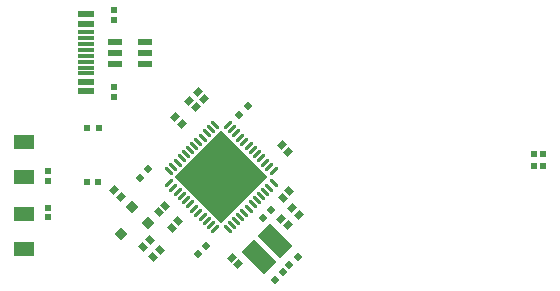
<source format=gtp>
G04*
G04 #@! TF.GenerationSoftware,Altium Limited,Altium Designer,23.1.1 (15)*
G04*
G04 Layer_Color=8421504*
%FSLAX25Y25*%
%MOIN*%
G70*
G04*
G04 #@! TF.SameCoordinates,C0A30D0B-07C8-471D-B3AC-2C571FC99935*
G04*
G04*
G04 #@! TF.FilePolarity,Positive*
G04*
G01*
G75*
%ADD16R,0.02165X0.02362*%
%ADD17R,0.02165X0.02362*%
%ADD18R,0.01968X0.01968*%
%ADD19R,0.05709X0.02362*%
%ADD20R,0.05709X0.01181*%
%ADD21R,0.02362X0.02165*%
%ADD22R,0.02362X0.02165*%
G04:AMPARAMS|DCode=23|XSize=23.62mil|YSize=21.65mil|CornerRadius=0mil|HoleSize=0mil|Usage=FLASHONLY|Rotation=45.000|XOffset=0mil|YOffset=0mil|HoleType=Round|Shape=Rectangle|*
%AMROTATEDRECTD23*
4,1,4,-0.00070,-0.01601,-0.01601,-0.00070,0.00070,0.01601,0.01601,0.00070,-0.00070,-0.01601,0.0*
%
%ADD23ROTATEDRECTD23*%

G04:AMPARAMS|DCode=24|XSize=21.65mil|YSize=23.62mil|CornerRadius=0mil|HoleSize=0mil|Usage=FLASHONLY|Rotation=315.000|XOffset=0mil|YOffset=0mil|HoleType=Round|Shape=Rectangle|*
%AMROTATEDRECTD24*
4,1,4,-0.01601,-0.00070,0.00070,0.01601,0.01601,0.00070,-0.00070,-0.01601,-0.01601,-0.00070,0.0*
%
%ADD24ROTATEDRECTD24*%

G04:AMPARAMS|DCode=25|XSize=9.84mil|YSize=39.37mil|CornerRadius=0mil|HoleSize=0mil|Usage=FLASHONLY|Rotation=225.000|XOffset=0mil|YOffset=0mil|HoleType=Round|Shape=Round|*
%AMOVALD25*
21,1,0.02953,0.00984,0.00000,0.00000,315.0*
1,1,0.00984,-0.01044,0.01044*
1,1,0.00984,0.01044,-0.01044*
%
%ADD25OVALD25*%

G04:AMPARAMS|DCode=26|XSize=9.84mil|YSize=39.37mil|CornerRadius=0mil|HoleSize=0mil|Usage=FLASHONLY|Rotation=135.000|XOffset=0mil|YOffset=0mil|HoleType=Round|Shape=Round|*
%AMOVALD26*
21,1,0.02953,0.00984,0.00000,0.00000,225.0*
1,1,0.00984,0.01044,0.01044*
1,1,0.00984,-0.01044,-0.01044*
%
%ADD26OVALD26*%

%ADD27P,0.31180X4X180.0*%
G04:AMPARAMS|DCode=28|XSize=47.64mil|YSize=23.23mil|CornerRadius=2.9mil|HoleSize=0mil|Usage=FLASHONLY|Rotation=180.000|XOffset=0mil|YOffset=0mil|HoleType=Round|Shape=RoundedRectangle|*
%AMROUNDEDRECTD28*
21,1,0.04764,0.01742,0,0,180.0*
21,1,0.04183,0.02323,0,0,180.0*
1,1,0.00581,-0.02092,0.00871*
1,1,0.00581,0.02092,0.00871*
1,1,0.00581,0.02092,-0.00871*
1,1,0.00581,-0.02092,-0.00871*
%
%ADD28ROUNDEDRECTD28*%
G04:AMPARAMS|DCode=29|XSize=21.65mil|YSize=23.62mil|CornerRadius=0mil|HoleSize=0mil|Usage=FLASHONLY|Rotation=225.000|XOffset=0mil|YOffset=0mil|HoleType=Round|Shape=Rectangle|*
%AMROTATEDRECTD29*
4,1,4,-0.00070,0.01601,0.01601,-0.00070,0.00070,-0.01601,-0.01601,0.00070,-0.00070,0.01601,0.0*
%
%ADD29ROTATEDRECTD29*%

G04:AMPARAMS|DCode=30|XSize=23.62mil|YSize=21.65mil|CornerRadius=0mil|HoleSize=0mil|Usage=FLASHONLY|Rotation=315.000|XOffset=0mil|YOffset=0mil|HoleType=Round|Shape=Rectangle|*
%AMROTATEDRECTD30*
4,1,4,-0.01601,0.00070,-0.00070,0.01601,0.01601,-0.00070,0.00070,-0.01601,-0.01601,0.00070,0.0*
%
%ADD30ROTATEDRECTD30*%

%ADD31P,0.02784X4X270.0*%
%ADD32P,0.04243X4X270.0*%
%ADD33R,0.07087X0.04528*%
G04:AMPARAMS|DCode=34|XSize=59.06mil|YSize=106.3mil|CornerRadius=0mil|HoleSize=0mil|Usage=FLASHONLY|Rotation=225.000|XOffset=0mil|YOffset=0mil|HoleType=Round|Shape=Rectangle|*
%AMROTATEDRECTD34*
4,1,4,-0.01670,0.05846,0.05846,-0.01670,0.01670,-0.05846,-0.05846,0.01670,-0.01670,0.05846,0.0*
%
%ADD34ROTATEDRECTD34*%

D16*
X177825Y-60800D02*
D03*
X177850Y-57000D02*
D03*
D17*
X180975Y-60800D02*
D03*
X181000Y-57000D02*
D03*
D18*
X32677Y-66142D02*
D03*
X28740D02*
D03*
X28839Y-48130D02*
D03*
X32776D02*
D03*
D19*
X28508Y-35917D02*
D03*
Y-32768D02*
D03*
Y-13476D02*
D03*
Y-10327D02*
D03*
D20*
Y-30012D02*
D03*
Y-28043D02*
D03*
Y-26075D02*
D03*
Y-24106D02*
D03*
Y-16232D02*
D03*
Y-18201D02*
D03*
Y-20169D02*
D03*
Y-22138D02*
D03*
D21*
X37750Y-34646D02*
D03*
Y-12106D02*
D03*
X15748Y-74803D02*
D03*
Y-62598D02*
D03*
D22*
X37750Y-37795D02*
D03*
Y-8957D02*
D03*
X15748Y-77953D02*
D03*
Y-65748D02*
D03*
D23*
X37863Y-68965D02*
D03*
X77135Y-91406D02*
D03*
X93768Y-54005D02*
D03*
X65785Y-36356D02*
D03*
X97213Y-74871D02*
D03*
X65256Y-41339D02*
D03*
X60464Y-46783D02*
D03*
X93670Y-78414D02*
D03*
D24*
X40090Y-71192D02*
D03*
X79362Y-93633D02*
D03*
X95995Y-56232D02*
D03*
X68012Y-38583D02*
D03*
X99440Y-77098D02*
D03*
X63029Y-39112D02*
D03*
X58237Y-44556D02*
D03*
X95897Y-80641D02*
D03*
D25*
X75774Y-82002D02*
D03*
X77166Y-80610D02*
D03*
X78558Y-79218D02*
D03*
X79950Y-77826D02*
D03*
X81342Y-76434D02*
D03*
X82734Y-75042D02*
D03*
X84126Y-73650D02*
D03*
X85518Y-72258D02*
D03*
X86910Y-70866D02*
D03*
X88301Y-69474D02*
D03*
X89693Y-68082D02*
D03*
X91085Y-66690D02*
D03*
X71598Y-47203D02*
D03*
X70206Y-48595D02*
D03*
X68814Y-49987D02*
D03*
X67422Y-51379D02*
D03*
X66030Y-52771D02*
D03*
X64638Y-54163D02*
D03*
X63246Y-55555D02*
D03*
X61854Y-56947D02*
D03*
X60462Y-58339D02*
D03*
X59071Y-59731D02*
D03*
X57679Y-61123D02*
D03*
X56287Y-62515D02*
D03*
D26*
X91085D02*
D03*
X89693Y-61123D02*
D03*
X88301Y-59731D02*
D03*
X86910Y-58339D02*
D03*
X85518Y-56947D02*
D03*
X84126Y-55555D02*
D03*
X82734Y-54163D02*
D03*
X81342Y-52771D02*
D03*
X79950Y-51379D02*
D03*
X78558Y-49987D02*
D03*
X77166Y-48595D02*
D03*
X75774Y-47203D02*
D03*
X56287Y-66690D02*
D03*
X57679Y-68082D02*
D03*
X59071Y-69474D02*
D03*
X60462Y-70866D02*
D03*
X61854Y-72258D02*
D03*
X63246Y-73650D02*
D03*
X64638Y-75042D02*
D03*
X66030Y-76434D02*
D03*
X67422Y-77826D02*
D03*
X68814Y-79218D02*
D03*
X70206Y-80610D02*
D03*
X71598Y-82002D02*
D03*
D27*
X73686Y-64602D02*
D03*
D28*
X38268Y-26969D02*
D03*
Y-23228D02*
D03*
Y-19488D02*
D03*
X48150D02*
D03*
Y-23228D02*
D03*
Y-26969D02*
D03*
D29*
X47607Y-87728D02*
D03*
X52725Y-76310D02*
D03*
X53051Y-88976D02*
D03*
X96291Y-69359D02*
D03*
X59283Y-79201D02*
D03*
D30*
X49834Y-85501D02*
D03*
X54952Y-74083D02*
D03*
X50824Y-91203D02*
D03*
X94064Y-71586D02*
D03*
X57056Y-81428D02*
D03*
D31*
X79612Y-43715D02*
D03*
X82396Y-40931D02*
D03*
X68616Y-87388D02*
D03*
X65833Y-90171D02*
D03*
X91423Y-98833D02*
D03*
X94207Y-96049D02*
D03*
X99128Y-91128D02*
D03*
X96344Y-93912D02*
D03*
X87486Y-78164D02*
D03*
X90270Y-75380D02*
D03*
X49325Y-61994D02*
D03*
X46541Y-64778D02*
D03*
D32*
X40099Y-83634D02*
D03*
X49114Y-79921D02*
D03*
X43811Y-74618D02*
D03*
D33*
X7874Y-76772D02*
D03*
Y-88583D02*
D03*
Y-52756D02*
D03*
Y-64567D02*
D03*
D34*
X91522Y-85938D02*
D03*
X86233Y-91227D02*
D03*
M02*

</source>
